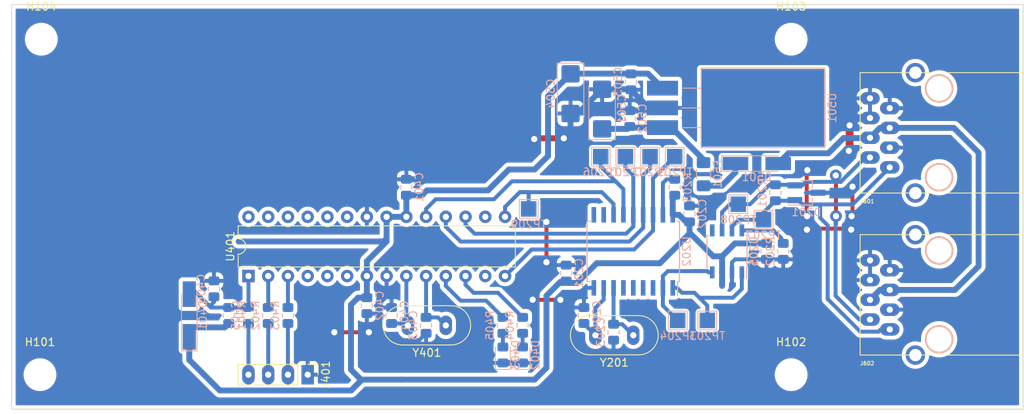
<source format=kicad_pcb>
(kicad_pcb (version 20211014) (generator pcbnew)
  (layers (0 "F.Cu" jumper) (31 "B.Cu" signal) (34 "B.Paste" user) (35 "F.Paste" user) (36 "B.SilkS" user "B.Silkscreen") (37 "F.SilkS" user "F.Silkscreen") (38 "B.Mask" user) (39 "F.Mask" user) (44 "Edge.Cuts" user))
  (net 0 "")
  (net 1 "GND")
  (net 2 "/CANBUS CONN/CAN_18V")
  (net 3 "+5V")
  (net 4 "/MCU/MCP_SS")
  (net 5 "/MCU/RESET")
  (net 6 "Net-(C203-Pad1)")
  (net 7 "Net-(C204-Pad1)")
  (net 8 "/MCU/MCP_INT")
  (net 10 "/MCU/analog1")
  (net 12 "Net-(C403-Pad1)")
  (net 13 "Net-(C404-Pad1)")
  (net 14 "Net-(C405-Pad2)")
  (net 15 "/POWER SUPPLY/+18V_OUT")
  (net 16 "/MCU/LED2")
  (net 17 "/MCU/LED1")
  (net 18 "Net-(D501-Pad1)")
  (net 20 "/CANBUS CONN/CAN_L")
  (net 21 "/CANBUS CONN/CAN_H")
  (net 22 "Net-(R202-Pad1)")
  (net 23 "Net-(R203-Pad2)")
  (net 28 "/MCU/USART_RX")
  (net 29 "Net-(J401-Pad3)")
  (net 30 "Net-(J401-Pad2)")
  (net 31 "/MCU/USART_TX")
  (net 32 "/MOSI")
  (net 33 "/MISO")
  (net 34 "/CANBUS/TXCAN")
  (net 35 "/CANBUS/RXCAN")
  (net 36 "/SCK")
  (net 45 "Net-(D402-Pad2)")
  (net 46 "Net-(D403-Pad2)")
  (footprint "MountingHole:MountingHole_3.2mm_M3" (layer "F.Cu") (at 180.086 77.216)
    (fp_text reference "H103")
    (fp_text value "MountingHole")
  )
  (footprint "MountingHole:MountingHole_3.2mm_M3" (layer "F.Cu") (at 180.086 120.396)
    (fp_text reference "H102")
    (fp_text value "MountingHole")
  )
  (footprint "Crystal:Crystal_HC49-U_Vertical" (layer "F.Cu") (at 159.766 115.316 180)
    (fp_text reference "Y201")
    (fp_text value "16MHz")
  )
  (footprint "Connector_PinHeader_2.54mm:PinHeader_1x04_P2.54mm_Vertical" (layer "F.Cu") (at 117.856 120.396 -90)
    (fp_text reference "J401")
    (fp_text value "USART")
  )
  (footprint "Crystal:Crystal_HC49-U_Vertical" (layer "F.Cu") (at 135.636 114.046 180)
    (fp_text reference "Y401")
    (fp_text value "16MHz")
  )
  (footprint "KicadZeniteSolarLibrary18:RJ45_YH59_01" (layer "F.Cu") (at 192.782 114.571 90)
    (fp_text reference "J602")
    (fp_text value "RJ45")
  )
  (footprint "KicadZeniteSolarLibrary18:RJ45_YH59_01" (layer "F.Cu") (at 192.778 93.716 90)
    (fp_text reference "J601")
    (fp_text value "RJ45")
  )
  (footprint "Package_DIP:DIP-28_W7.62mm" (layer "F.Cu") (at 110.236 107.696 90)
    (fp_text reference "U401")
    (fp_text value "ATMEGA328P-PU")
  )
  (footprint "MountingHole:MountingHole_3.2mm_M3" (layer "F.Cu") (at 83.566 77.216)
    (fp_text reference "H104")
    (fp_text value "MountingHole")
  )
  (footprint "MountingHole:MountingHole_3.2mm_M3" (layer "F.Cu") (at 83.403001 120.396)
    (fp_text reference "H101")
    (fp_text value "MountingHole")
  )
  (footprint "Package_TO_SOT_SMD:SOT-23_Handsoldering" (layer "B.Cu") (at 182.054 96.9772)
    (fp_text reference "D201")
    (fp_text value "pesd1can")
  )
  (footprint "KicadZeniteSolarLibrary18:TO-220-3_Horizontal_TabDown_SMD" (layer "B.Cu") (at 164.7952 88.5952 90)
    (fp_text reference "U501")
    (fp_text value "LM7805")
  )
  (footprint "Capacitor_Tantalum_SMD:CP_EIA-6032-20_AVX-F_Pad2.25x2.35mm_HandSolder" (layer "B.Cu") (at 151.6888 84.2264 -90)
    (fp_text reference "C504")
    (fp_text value "1uF")
  )
  (footprint "Capacitor_Tantalum_SMD:CP_EIA-6032-20_AVX-F_Pad2.25x2.35mm_HandSolder" (layer "B.Cu") (at 155.7528 86.2076 90)
    (fp_text reference "C501")
    (fp_text value "1uF")
  )
  (footprint "TestPoint:TestPoint_Pad_2.0x2.0mm" (layer "B.Cu") (at 165.481 113.411)
    (fp_text reference "TP204")
    (fp_text value "RXCAN")
  )
  (footprint "TestPoint:TestPoint_Pad_2.0x2.0mm" (layer "B.Cu") (at 161.925 92.329)
    (fp_text reference "TP202")
    (fp_text value "SO")
  )
  (footprint "TestPoint:TestPoint_Pad_2.0x2.0mm" (layer "B.Cu") (at 158.75 92.329)
    (fp_text reference "TP201")
    (fp_text value "SI")
  )
  (footprint "TestPoint:TestPoint_Pad_2.0x2.0mm" (layer "B.Cu") (at 169.291 113.411)
    (fp_text reference "TP203")
    (fp_text value "TXCAN")
  )
  (footprint "TestPoint:TestPoint_Pad_2.0x2.0mm" (layer "B.Cu") (at 146.304 99.06)
    (fp_text reference "TP209")
    (fp_text value "INT")
  )
  (footprint "TestPoint:TestPoint_Pad_2.0x2.0mm" (layer "B.Cu") (at 173.2788 98.4504)
    (fp_text reference "TP208")
    (fp_text value "CAN_L")
  )
  (footprint "TestPoint:TestPoint_Pad_2.0x2.0mm" (layer "B.Cu") (at 176.5332 100.4468)
    (fp_text reference "TP207")
    (fp_text value "CAN_H")
  )
  (footprint "TestPoint:TestPoint_Pad_2.0x2.0mm" (layer "B.Cu") (at 155.575 92.329)
    (fp_text reference "TP206")
    (fp_text value "SCK")
  )
  (footprint "TestPoint:TestPoint_Pad_2.0x2.0mm" (layer "B.Cu") (at 165.1 92.329)
    (fp_text reference "TP205")
    (fp_text value "SC")
  )
  (footprint "Resistor_SMD:R_0805_2012Metric_Pad1.15x1.40mm_HandSolder" (layer "B.Cu") (at 145.521344 114.046 -90)
    (fp_text reference "R404")
    (fp_text value "1k")
  )
  (footprint "Resistor_SMD:R_0805_2012Metric_Pad1.15x1.40mm_HandSolder" (layer "B.Cu") (at 115.316 112.776 -90)
    (fp_text reference "R403")
    (fp_text value "1k")
  )
  (footprint "Resistor_SMD:R_0805_2012Metric_Pad1.15x1.40mm_HandSolder" (layer "B.Cu") (at 112.776 112.776 -90)
    (fp_text reference "R402")
    (fp_text value "1k")
  )
  (footprint "Resistor_SMD:R_0805_2012Metric_Pad1.15x1.40mm_HandSolder" (layer "B.Cu") (at 107.696 112.776 90)
    (fp_text reference "R401")
    (fp_text value "10k")
  )
  (footprint "Resistor_SMD:R_0805_2012Metric_Pad1.15x1.40mm_HandSolder" (layer "B.Cu") (at 142.981344 114.046 -90)
    (fp_text reference "R405")
    (fp_text value "1k")
  )
  (footprint "Resistor_SMD:R_0805_2012Metric_Pad1.15x1.40mm_HandSolder" (layer "B.Cu") (at 178.054 96.9772 -90)
    (fp_text reference "R201")
    (fp_text value "120")
  )
  (footprint "Resistor_SMD:R_0805_2012Metric_Pad1.15x1.40mm_HandSolder" (layer "B.Cu") (at 179.07 104.521 -90)
    (fp_text reference "R202")
    (fp_text value "4k7")
  )
  (footprint "Resistor_SMD:R_0805_2012Metric_Pad1.15x1.40mm_HandSolder" (layer "B.Cu") (at 165.1 96.275 90)
    (fp_text reference "R203")
    (fp_text value "10k")
  )
  (footprint "Package_SO:SOIC-8_3.9x4.9mm_P1.27mm" (layer "B.Cu") (at 171.831 104.521 90)
    (fp_text reference "U201")
    (fp_text value "MCP2551-I/SN")
  )
  (footprint "Package_SO:SOIC-18W_7.5x11.6mm_P1.27mm" (layer "B.Cu") (at 159.766 104.521 90)
    (fp_text reference "U202")
    (fp_text value "MCP2515-xSO")
  )
  (footprint "LED_SMD:LED_0805_2012Metric_Pad1.15x1.40mm_HandSolder" (layer "B.Cu") (at 145.521344 117.856 90)
    (fp_text reference "D402")
    (fp_text value "LED_RED")
  )
  (footprint "LED_SMD:LED_0805_2012Metric_Pad1.15x1.40mm_HandSolder" (layer "B.Cu") (at 142.981344 117.856 90)
    (fp_text reference "D403")
    (fp_text value "LED_RED")
  )
  (footprint "Diode_SMD:D_MiniMELF_Handsoldering" (layer "B.Cu") (at 175.6664 93.218)
    (fp_text reference "D501")
    (fp_text value "LL4148")
  )
  (footprint "Diode_SMD:D_MiniMELF_Handsoldering" (layer "B.Cu") (at 102.616 112.776 90)
    (fp_text reference "D401")
    (fp_text value "LL4148")
  )
  (footprint "Capacitor_SMD:C_0805_2012Metric_Pad1.15x1.40mm_HandSolder" (layer "B.Cu") (at 159.4612 82.7024 -90)
    (fp_text reference "C503")
    (fp_text value "100nF")
  )
  (footprint "Capacitor_SMD:C_0805_2012Metric_Pad1.15x1.40mm_HandSolder" (layer "B.Cu") (at 159.3088 87.4268 90)
    (fp_text reference "C502")
    (fp_text value "100nF")
  )
  (footprint "Capacitor_SMD:C_0805_2012Metric_Pad1.15x1.40mm_HandSolder" (layer "B.Cu") (at 105.791 109.341 -90)
    (fp_text reference "C406")
    (fp_text value "100nF")
  )
  (footprint "Capacitor_SMD:C_0805_2012Metric_Pad1.15x1.40mm_HandSolder" (layer "B.Cu") (at 110.236 112.776 -90)
    (fp_text reference "C405")
    (fp_text value "100nF")
  )
  (footprint "Capacitor_SMD:C_0805_2012Metric_Pad1.15x1.40mm_HandSolder" (layer "B.Cu") (at 128.651 112.776 90)
    (fp_text reference "C404")
    (fp_text value "22pF")
  )
  (footprint "Capacitor_SMD:C_0805_2012Metric_Pad1.15x1.40mm_HandSolder" (layer "B.Cu") (at 133.096 114.046 -90)
    (fp_text reference "C403")
    (fp_text value "22pF")
  )
  (footprint "Capacitor_SMD:C_0805_2012Metric_Pad1.15x1.40mm_HandSolder" (layer "B.Cu") (at 125.476 111.506 90)
    (fp_text reference "C402")
    (fp_text value "100nF")
  )
  (footprint "Capacitor_SMD:C_0805_2012Metric_Pad1.15x1.40mm_HandSolder" (layer "B.Cu") (at 130.556 96.266 90)
    (fp_text reference "C401")
    (fp_text value "100nF")
  )
  (footprint "Capacitor_SMD:C_0805_2012Metric_Pad1.15x1.40mm_HandSolder" (layer "B.Cu") (at 176.911 104.521 -90)
    (fp_text reference "C205")
    (fp_text value "100nF")
  )
  (footprint "Capacitor_SMD:C_0805_2012Metric_Pad1.15x1.40mm_HandSolder" (layer "B.Cu") (at 153.416 112.776 90)
    (fp_text reference "C204")
    (fp_text value "22pF")
  )
  (footprint "Capacitor_SMD:C_0805_2012Metric_Pad1.15x1.40mm_HandSolder" (layer "B.Cu") (at 157.226 114.926 -90)
    (fp_text reference "C203")
    (fp_text value "22pF")
  )
  (footprint "Capacitor_SMD:C_0805_2012Metric_Pad1.15x1.40mm_HandSolder" (layer "B.Cu") (at 167.005 99.695 90)
    (fp_text reference "C202")
    (fp_text value "100nF")
  )
  (footprint "Capacitor_SMD:C_0805_2012Metric_Pad1.15x1.40mm_HandSolder" (layer "B.Cu") (at 151.13 107.315 90)
    (fp_text reference "C201")
    (fp_text value "100nF")
  )
  (footprint "Fuse:Fuse_1206_3216Metric_Pad1.42x1.75mm_HandSolder" (layer "B.Cu") (at 168.8084 94.5896 90)
    (fp_text reference "F501")
    (fp_text value "500mA")
  )
  (gr_line (start 79.756 124.841) (end 79.756 72.771) (layer "Edge.Cuts") (width 0.1))
  (gr_line (start 79.756 72.771) (end 209.931 72.771) (layer "Edge.Cuts") (width 0.1))
  (gr_line (start 209.931 72.771) (end 209.931 124.841) (layer "Edge.Cuts") (width 0.1))
  (gr_line (start 209.931 124.841) (end 79.756 124.841) (layer "Edge.Cuts") (width 0.1))
  (segment (start 187.977354 99.876347) (end 187.864709 99.988992) (width 0.508) (layer "F.Cu") (net 1))
  (segment (start 146.827962 110.759956) (end 149.323296 110.759956) (width 0.508) (layer "F.Cu") (net 1))
  (segment (start 187.609254 91.474399) (end 187.5028 91.580853) (width 1.016) (layer "F.Cu") (net 1))
  (segment (start 121.285 114.935) (end 125.73 114.935) (width 0.508) (layer "F.Cu") (net 1))
  (segment (start 187.609254 88.303842) (end 187.609254 91.474399) (width 1.016) (layer "F.Cu") (net 1))
  (segment (start 146.812006 110.744) (end 146.827962 110.759956) (width 0.508) (layer "F.Cu") (net 1))
  (segment (start 181.864 101.727) (end 181.990994 101.600006) (width 0.508) (layer "F.Cu") (net 1))
  (segment (start 149.323296 110.759956) (end 150.383956 110.759956) (width 0.508) (layer "F.Cu") (net 1))
  (segment (start 148.59 100.734968) (end 148.59 105.917998) (width 0.508) (layer "F.Cu") (net 1))
  (segment (start 182.1688 94.0657) (end 182.087104 94.147396) (width 0.508) (layer "F.Cu") (net 1))
  (segment (start 181.990994 101.600006) (end 186.39134 101.600006) (width 0.508) (layer "F.Cu") (net 1))
  (segment (start 186.39134 101.600006) (end 187.452 101.600006) (width 0.508) (layer "F.Cu") (net 1))
  (segment (start 150.8252 89.9668) (end 147.1168 89.9668) (width 0.762) (layer "F.Cu") (net 1))
  (segment (start 187.977354 96.200554) (end 187.977354 99.876347) (width 0.508) (layer "F.Cu") (net 1))
  (segment (start 147.1168 89.9668) (end 147.0152 90.0684) (width 0.762) (layer "F.Cu") (net 1))
  (segment (start 182.087104 94.147396) (end 182.087104 99.21201) (width 0.508) (layer "F.Cu") (net 1))
  (via (at 125.73 114.935) (size 1.5) (drill 0.8) (layers "F.Cu" "B.Cu") (net 1))
  (via (at 148.59 105.917998) (size 1.5) (drill 0.8) (layers "F.Cu" "B.Cu") (net 1))
  (via (at 187.977354 96.200554) (size 1.5) (drill 0.8) (layers "F.Cu" "B.Cu") (net 1))
  (via (at 146.812 110.744006) (size 1.5) (drill 0.8) (layers "F.Cu" "B.Cu") (net 1))
  (via (at 187.810709 101.727) (size 1.5) (drill 0.8) (layers "F.Cu" "B.Cu") (net 1))
  (via (at 182.1688 94.0657) (size 1.5) (drill 0.8) (layers "F.Cu" "B.Cu") (net 1))
  (via (at 182.118 101.727) (size 1.5) (drill 0.8) (layers "F.Cu" "B.Cu") (net 1))
  (via (at 182.141104 99.98921) (size 1.5) (drill 0.8) (layers "F.Cu" "B.Cu") (net 1))
  (via (at 148.59 100.734968) (size 1.5) (drill 0.8) (layers "F.Cu" "B.Cu") (net 1))
  (via (at 187.864709 99.988992) (size 1.5) (drill 0.8) (layers "F.Cu" "B.Cu") (net 1))
  (via (at 187.5028 91.580853) (size 1.5) (drill 0.8) (layers "F.Cu" "B.Cu") (net 1))
  (via (at 150.8252 89.9668) (size 1.5) (drill 0.8) (layers "F.Cu" "B.Cu") (net 1))
  (via (at 147.0152 90.0684) (size 1.5) (drill 0.8) (layers "F.Cu" "B.Cu") (net 1))
  (via (at 121.285 114.935) (size 1.5) (drill 0.8) (layers "F.Cu" "B.Cu") (net 1))
  (via (at 187.609254 88.303842) (size 1.5) (drill 0.8) (layers "F.Cu" "B.Cu") (net 1))
  (via (at 150.383956 110.759956) (size 1.5) (drill 0.8) (layers "F.Cu" "B.Cu") (net 1))
  (segment (start 144.37312 92.71048) (end 143.238148 92.71048) (width 0.762) (layer "B.Cu") (net 1))
  (segment (start 127.18899 111.152011) (end 127.216001 111.125) (width 0.508) (layer "B.Cu") (net 1))
  (segment (start 128.016 95.241) (end 125.476 97.781) (width 0.508) (layer "B.Cu") (net 1))
  (segment (start 147.52368 90.11968) (end 147.52368 90.2208) (width 0.762) (layer "B.Cu") (net 1))
  (segment (start 155.7528 83.6576) (end 159.3914 83.6576) (width 0.762) (layer "B.Cu") (net 1))
  (segment (start 172.466 106.299) (end 172.466 108.331) (width 0.508) (layer "B.Cu") (net 1))
  (segment (start 147.0152 90.0684) (end 144.37312 92.71048) (width 0.762) (layer "B.Cu") (net 1))
  (segment (start 172.466 106.299) (end 172.466 107.221) (width 0.508) (layer "B.Cu") (net 1))
  (segment (start 128.651 111.751) (end 127.461001 111.751) (width 0.508) (layer "B.Cu") (net 1))
  (segment (start 163.5252 86.0552) (end 161.789 86.0552) (width 0.762) (layer "B.Cu") (net 1))
  (segment (start 190.234 87.361) (end 188.552096 87.361) (width 1.016) (layer "B.Cu") (net 1))
  (segment (start 178.816 105.546) (end 176.911 105.546) (width 0.508) (layer "B.Cu") (net 1))
  (segment (start 187.200708 96.9772) (end 183.554 96.9772) (width 0.508) (layer "B.Cu") (net 1))
  (segment (start 151.6888 86.7764) (end 151.6888 89.1032) (width 0.762) (layer "B.Cu") (net 1))
  (segment (start 128.651 115.951) (end 127.216001 114.516001) (width 0.25) (layer "B.Cu") (net 1))
  (segment (start 147.0152 90.0684) (end 147.4724 90.0684) (width 0.762) (layer "B.Cu") (net 1))
  (segment (start 187.977354 96.200554) (end 187.200708 96.9772) (width 0.508) (layer "B.Cu") (net 1))
  (segment (start 176.911 105.546) (end 172.858 105.546) (width 0.508) (layer "B.Cu") (net 1))
  (segment (start 125.476 97.781) (end 125.476 100.076) (width 0.508) (layer "B.Cu") (net 1))
  (segment (start 163.1786 86.4018) (end 163.5252 86.0552) (width 0.762) (layer "B.Cu") (net 1))
  (segment (start 143.238148 92.71048) (end 140.707628 95.241) (width 0.762) (layer "B.Cu") (net 1))
  (segment (start 128.594798 115.951) (end 127.18899 114.545192) (width 0.508) (layer "B.Cu") (net 1))
  (segment (start 133.096 115.071) (end 132.216 115.951) (width 0.508) (layer "B.Cu") (net 1))
  (segment (start 172.466 105.938) (end 172.466 106.299) (width 0.508) (layer "B.Cu") (net 1))
  (segment (start 145.521344 118.881) (end 142.981344 118.881) (width 0.762) (layer "B.Cu") (net 1))
  (segment (start 159.3088 86.4018) (end 163.1786 86.4018) (width 0.762) (layer "B.Cu") (net 1))
  (segment (start 127.216001 111.125) (end 128.016 110.325001) (width 0.508) (layer "B.Cu") (net 1))
  (segment (start 187.454 99.8772) (end 187.752917 99.8772) (width 0.508) (layer "B.Cu") (net 1))
  (segment (start 152.634 86.7764) (end 155.7528 83.6576) (width 0.762) (layer "B.Cu") (net 1))
  (segment (start 151.6888 89.1032) (end 150.8252 89.9668) (width 0.762) (layer "B.Cu") (net 1))
  (segment (start 127.216001 111.506) (end 127.216001 111.125) (width 0.508) (layer "B.Cu") (net 1))
  (segment (start 132.216 115.951) (end 128.651 115.951) (width 0.508) (layer "B.Cu") (net 1))
  (segment (start 172.466 108.331) (end 172.466 108.712) (width 0.508) (layer "B.Cu") (net 1))
  (segment (start 140.707628 95.241) (end 130.556 95.241) (width 0.762) (layer "B.Cu") (net 1))
  (segment (start 187.752917 99.8772) (end 187.864709 99.988992) (width 0.508) (layer "B.Cu") (net 1))
  (segment (start 172.466 108.712) (end 172.466 108.966) (width 0.508) (layer "B.Cu") (net 1))
  (segment (start 188.552096 87.361) (end 187.609254 88.303842) (width 1.016) (layer "B.Cu") (net 1))
  (segment (start 159.3914 83.6576) (end 159.4612 83.7274) (width 0.762) (layer "B.Cu") (net 1))
  (segment (start 147.4724 90.0684) (end 147.52368 90.11968) (width 0.762) (layer "B.Cu") (net 1))
  (segment (start 128.016 110.325001) (end 128.016 107.696) (width 0.508) (layer "B.Cu") (net 1))
  (segment (start 127.18899 114.545192) (end 127.18899 111.152011) (width 0.508) (layer "B.Cu") (net 1))
  (segment (start 161.789 86.0552) (end 159.4612 83.7274) (width 0.762) (layer "B.Cu") (net 1))
  (segment (start 128.651 115.951) (end 128.594798 115.951) (width 0.508) (layer "B.Cu") (net 1))
  (segment (start 130.556 95.241) (end 128.016 95.241) (width 0.508) (layer "B.Cu") (net 1))
  (segment (start 172.858 105.546) (end 172.466 105.938) (width 0.508) (layer "B.Cu") (net 1))
  (segment (start 151.6888 86.7764) (end 152.634 86.7764) (width 0.762) (layer "B.Cu") (net 1))
  (segment (start 127.461001 111.751) (end 127.216001 111.506) (width 0.508) (layer "B.Cu") (net 1))
  (segment (start 191.504 88.631) (end 190.234 89.901) (width 0.762) (layer "B.Cu") (net 2))
  (segment (start 192.778 109.486) (end 201.156 109.486) (width 0.762) (layer "B.Cu") (net 2))
  (segment (start 190.192658 89.942342) (end 186.824105 89.942342) (width 0.762) (layer "B.Cu") (net 2))
  (segment (start 201.026 88.631) (end 192.774 88.631) (width 0.762) (layer "B.Cu") (net 2))
  (segment (start 192.774 88.631) (end 191.504 88.631) (width 0.762) (layer "B.Cu") (net 2))
  (segment (start 190.234 89.901) (end 190.192658 89.942342) (width 0.762) (layer "B.Cu") (net 2))
  (segment (start 201.156 109.486) (end 204.216 106.426) (width 0.762) (layer "B.Cu") (net 2))
  (segment (start 178.4164 93.218) (end 178.4164 93.1604) (width 1.016) (layer "B.Cu") (net 2))
  (segment (start 204.216 106.426) (end 204.216 91.821) (width 0.762) (layer "B.Cu") (net 2))
  (segment (start 192.778 109.486) (end 191.508 109.486) (width 0.762) (layer "B.Cu") (net 2))
  (segment (start 184.873536 91.892911) (end 179.741489 91.892911) (width 0.762) (layer "B.Cu") (net 2))
  (segment (start 179.741489 91.892911) (end 178.4164 93.218) (width 0.762) (layer "B.Cu") (net 2))
  (segment (start 186.824105 89.942342) (end 184.873536 91.892911) (width 0.762) (layer "B.Cu") (net 2))
  (segment (start 191.508 109.486) (end 190.238 110.756) (width 0.762) (layer "B.Cu") (net 2))
  (segment (start 204.216 91.821) (end 201.026 88.631) (width 0.762) (layer "B.Cu") (net 2))
  (segment (start 150.33 108.34) (end 151.13 108.34) (width 0.508) (layer "B.Cu") (net 3))
  (segment (start 124.714 121.158) (end 124.714 121.031) (width 0.762) (layer "B.Cu") (net 3))
  (segment (start 148.7932 84.572) (end 148.7932 92.2528) (width 0.762) (layer "B.Cu") (net 3))
  (segment (start 133.202372 96.667628) (end 141.076372 96.667628) (width 0.762) (layer "B.Cu") (net 3))
  (segment (start 125.476 110.481) (end 124.342 110.481) (width 0.762) (layer "B.Cu") (net 3))
  (segment (start 125.476 105.791) (end 128.016 103.251) (width 0.762) (layer "B.Cu") (net 3))
  (segment (start 151.72112 81.64408) (end 151.6888 81.6764) (width 0.762) (layer "B.Cu") (net 3))
  (segment (start 132.579 97.291) (end 133.202372 96.667628) (width 0.762) (layer "B.Cu") (net 3))
  (segment (start 164.856 99.831) (end 164.846 99.821) (width 0.762) (layer "B.Cu") (net 3))
  (segment (start 171.196 105.156) (end 170.053 105.156) (width 0.762) (layer "B.Cu") (net 3))
  (segment (start 127.635 103.251) (end 128.016 102.87) (width 0.762) (layer "B.Cu") (net 3))
  (segment (start 127 103.251) (end 127.635 103.251) (width 0.762) (layer "B.Cu") (net 3))
  (segment (start 123.444 122.428) (end 124.714 121.158) (width 0.762) (layer "B.Cu") (net 3))
  (segment (start 150.241 108.585) (end 150.241 108.429) (width 0.508) (layer "B.Cu") (net 3))
  (segment (start 128.016 103.251) (end 128.016 102.87) (width 0.762) (layer "B.Cu") (net 3))
  (segment (start 130.556 100.076) (end 128.016 100.076) (width 0.762) (layer "B.Cu") (net 3))
  (segment (start 107.696 113.801) (end 107.197 114.3) (width 0.762) (layer "B.Cu") (net 3))
  (segment (start 164.846 99.821) (end 164.846 97.3) (width 0.762) (layer "B.Cu") (net 3))
  (segment (start 166.37 100.537) (end 166.822 100.537) (width 0.762) (layer "B.Cu") (net 3))
  (segment (start 171.196 107.221) (end 171.196 105.791) (width 0.762) (layer "B.Cu") (net 3))
  (segment (start 167.005 102.108) (end 167.005 102.235) (width 0.762) (layer "B.Cu") (net 3))
  (segment (start 107.197 114.3) (end 103.207 114.3) (width 0.762) (layer "B.Cu") (net 3))
  (segment (start 106.553 122.428) (end 123.444 122.428) (width 0.762) (layer "B.Cu") (net 3))
  (segment (start 125.476 107.696) (end 125.476 110.481) (width 0.762) (layer "B.Cu") (net 3))
  (segment (start 171.196 105.156) (end 171.196 105.791) (width 0.762) (layer "B.Cu") (net 3))
  (segment (start 128.016 102.87) (end 128.016 100.076) (width 0.762) (layer "B.Cu") (net 3))
  (segment (start 171.196 107.221) (end 171.196 108.783566) (width 0.762) (layer "B.Cu") (net 3))
  (segment (start 164.846 99.821) (end 165.654 99.821) (width 0.762) (layer "B.Cu") (net 3))
  (segment (start 102.616 114.891) (end 102.616 118.491) (width 0.762) (layer "B.Cu") (net 3))
  (segment (start 102.616 118.491) (end 106.553 122.428) (width 0.762) (layer "B.Cu") (net 3))
  (segment (start 148.59 110.236) (end 148.59 119.507) (width 0.762) (layer "B.Cu") (net 3))
  (segment (start 161.65408 81.64408) (end 151.72112 81.64408) (width 0.762) (layer "B.Cu") (net 3))
  (segment (start 163.5252 83.5152) (end 161.65408 81.64408) (width 0.762) (layer "B.Cu") (net 3))
  (segment (start 141.076372 96.667628) (end 143.764 93.98) (width 0.762) (layer "B.Cu") (net 3))
  (segment (start 163.195 106.045) (end 155.067 106.045) (width 0.762) (layer "B.Cu") (net 3))
  (segment (start 165.654 99.821) (end 166.37 100.537) (width 0.762) (layer "B.Cu") (net 3))
  (segment (start 151.6888 81.6764) (end 148.7932 84.572) (width 0.762) (layer "B.Cu") (net 3))
  (segment (start 171.196 105.156) (end 172.856 103.496) (width 0.762) (layer "B.Cu") (net 3))
  (segment (start 123.432001 119.749001) (end 124.714 121.031) (width 0.762) (layer "B.Cu") (net 3))
  (segment (start 150.241 108.585) (end 148.59 110.236) (width 0.762) (layer "B.Cu") (net 3))
  (segment (start 172.856 103.496) (end 176.911 103.496) (width 0.762) (layer "B.Cu") (net 3))
  (segment (start 167.005 102.235) (end 163.195 106.045) (width 0.762) (layer "B.Cu") (net 3))
  (segment (start 129.921 121.031) (end 124.714 121.031) (width 0.762) (layer "B.Cu") (net 3))
  (segment (start 127 103.251) (end 128.016 103.251) (width 0.762) (layer "B.Cu") (net 3))
  (segment (start 167.005 102.108) (end 167.005 100.72) (width 0.762) (layer "B.Cu") (net 3))
  (segment (start 123.432001 111.390999) (end 123.432001 119.749001) (width 0.762) (layer "B.Cu") (net 3))
  (segment (start 130.556 97.291) (end 132.579 97.291) (width 0.762) (layer "B.Cu") (net 3))
  (segment (start 148.7932 92.2528) (end 147.066 93.98) (width 0.762) (layer "B.Cu") (net 3))
  (segment (start 124.342 110.481) (end 123.432001 111.390999) (width 0.762) (layer "B.Cu") (net 3))
  (segment (start 166.822 100.537) (end 167.005 100.72) (width 0.762) (layer "B.Cu") (net 3))
  (segment (start 170.053 105.156) (end 167.005 102.108) (width 0.762) (layer "B.Cu") (net 3))
  (segment (start 148.59 119.507) (end 147.066 121.031) (width 0.762) (layer "B.Cu") (net 3))
  (segment (start 143.764 93.98) (end 147.066 93.98) (width 0.762) (layer "B.Cu") (net 3))
  (segment (start 108.966 103.251) (end 127 103.251) (width 0.762) (layer "B.Cu") (net 3))
  (segment (start 130.556 97.291) (end 130.556 100.076) (width 0.762) (layer "B.Cu") (net 3))
  (segment (start 103.207 114.3) (end 102.616 114.891) (width 0.762) (layer "B.Cu") (net 3))
  (segment (start 150.241 108.429) (end 150.33 108.34) (width 0.508) (layer "B.Cu") (net 3))
  (segment (start 152.527 108.585) (end 150.241 108.585) (width 0.762) (layer "B.Cu") (net 3))
  (segment (start 125.476 107.696) (end 125.476 105.791) (width 0.762) (layer "B.Cu") (net 3))
  (segment (start 171.196 108.783566) (end 171.196 108.966) (width 0.762) (layer "B.Cu") (net 3))
  (segment (start 155.067 106.045) (end 152.527 108.585) (width 0.762) (layer "B.Cu") (net 3))
  (segment (start 147.066 121.031) (end 129.921 121.031) (width 0.762) (layer "B.Cu") (net 3))
  (segment (start 162.306 95.123) (end 163.337999 94.091001) (width 0.508) (layer "B.Cu") (net 4))
  (segment (start 144.055999 106.896001) (end 143.256 107.696) (width 0.508) (layer "B.Cu") (net 4))
  (segment (start 162.306 99.821) (end 162.306 95.123) (width 0.508) (layer "B.Cu") (net 4))
  (segment (start 159.881001 104.278999) (end 146.673001 104.278999) (width 0.508) (layer "B.Cu") (net 4))
  (segment (start 163.337999 94.091001) (end 165.1 92.329) (width 0.508) (layer "B.Cu") (net 4))
  (segment (start 162.306 101.854) (end 159.881001 104.278999) (width 0.508) (layer "B.Cu") (net 4))
  (segment (start 146.673001 104.278999) (end 144.055999 106.896001) (width 0.508) (layer "B.Cu") (net 4))
  (segment (start 162.306 99.821) (end 162.306 101.854) (width 0.508) (layer "B.Cu") (net 4))
  (segment (start 103.041 109.391) (end 105.401 111.751) (width 0.508) (layer "B.Cu") (net 5))
  (segment (start 110.236 107.696) (end 110.236 111.751) (width 0.508) (layer "B.Cu") (net 5))
  (segment (start 105.791 110.366) (end 105.791 111.041) (width 0.508) (layer "B.Cu") (net 5))
  (segment (start 110.236 111.751) (end 107.696 111.751) (width 0.508) (layer "B.Cu") (net 5))
  (segment (start 105.401 111.431) (end 105.401 111.751) (width 0.508) (layer "B.Cu") (net 5))
  (segment (start 105.791 111.041) (end 105.401 111.431) (width 0.508) (layer "B.Cu") (net 5))
  (segment (start 102.616 109.391) (end 103.041 109.391) (width 0.508) (layer "B.Cu") (net 5))
  (segment (start 105.401 111.751) (end 107.696 111.751) (width 0.508) (layer "B.Cu") (net 5))
  (segment (start 159.766 115.316) (end 158.351 113.901) (width 0.508) (layer "B.Cu") (net 6))
  (segment (start 158.351 113.901) (end 157.226 113.901) (width 0.508) (layer "B.Cu") (net 6))
  (segment (start 157.226 109.221) (end 157.226 113.901) (width 0.508) (layer "B.Cu") (net 6))
  (segment (start 155.956 110.729) (end 154.886 111.799) (width 0.508) (layer "B.Cu") (net 7))
  (segment (start 154.886 114.25534) (end 154.886 115.316) (width 0.508) (layer "B.Cu") (net 7))
  (segment (start 153.416 113.801) (end 153.416 113.846) (width 0.508) (layer "B.Cu") (net 7))
  (segment (start 155.956 109.221) (end 155.956 110.729) (width 0.508) (layer "B.Cu") (net 7))
  (segment (start 153.416 113.846) (end 154.886 115.316) (width 0.508) (layer "B.Cu") (net 7))
  (segment (start 154.886 111.799) (end 154.886 114.25534) (width 0.508) (layer "B.Cu") (net 7))
  (segment (start 145.161 96.901) (end 145.415 96.901) (width 0.508) (layer "B.Cu") (net 8))
  (segment (start 146.304 99.06) (end 146.304 97.552) (width 0.508) (layer "B.Cu") (net 8))
  (segment (start 155.707602 96.901) (end 145.415 96.901) (width 0.508) (layer "B.Cu") (net 8))
  (segment (start 145.415 96.901) (end 146.304 96.901) (width 0.508) (layer "B.Cu") (net 8))
  (segment (start 146.304 97.552) (end 146.304 96.901) (width 0.508) (layer "B.Cu") (net 8))
  (segment (start 143.256 100.076) (end 143.256 98.806) (width 0.508) (layer "B.Cu") (net 8))
  (segment (start 157.226 99.821) (end 157.226 98.419398) (width 0.508) (layer "B.Cu") (net 8))
  (segment (start 157.226 98.419398) (end 155.707602 96.901) (width 0.508) (layer "B.Cu") (net 8))
  (segment (start 143.256 98.806) (end 145.161 96.901) (width 0.508) (layer "B.Cu") (net 8))
  (segment (start 122.936 100.076) (end 122.555 99.695) (width 0.508) (layer "B.Cu") (net 10))
  (segment (start 133.096 113.021) (end 134.611 113.021) (width 0.508) (layer "B.Cu") (net 12))
  (segment (start 134.611 113.021) (end 135.636 114.046) (width 0.508) (layer "B.Cu") (net 12))
  (segment (start 133.096 113.021) (end 133.096 107.696) (width 0.508) (layer "B.Cu") (net 12))
  (segment (start 130.556 107.696) (end 130.556 113.846) (width 0.508) (layer "B.Cu") (net 13))
  (segment (start 130.511 113.801) (end 130.756 114.046) (width 0.508) (layer "B.Cu") (net 13))
  (segment (start 130.556 113.846) (end 130.756 114.046) (width 0.508) (layer "B.Cu") (net 13))
  (segment (start 128.651 113.801) (end 130.511 113.801) (width 0.508) (layer "B.Cu") (net 13))
  (segment (start 110.236 113.801) (end 110.236 120.396) (width 0.508) (layer "B.Cu") (net 14))
  (segment (start 163.5252 88.5952) (end 159.4522 88.5952) (width 0.762) (layer "B.Cu") (net 15))
  (segment (start 168.8084 92.71) (end 164.6936 88.5952) (width 0.762) (layer "B.Cu") (net 15))
  (segment (start 168.8084 93.1021) (end 168.8084 92.71) (width 0.762) (layer "B.Cu") (net 15))
  (segment (start 155.7528 88.7576) (end 159.003 88.7576) (width 0.762) (layer "B.Cu") (net 15))
  (segment (start 164.6936 88.5952) (end 163.5252 88.5952) (width 0.762) (layer "B.Cu") (net 15))
  (segment (start 159.4522 88.5952) (end 159.3088 88.4518) (width 0.762) (layer "B.Cu") (net 15))
  (segment (start 159.003 88.7576) (end 159.3088 88.4518) (width 0.762) (layer "B.Cu") (net 15))
  (segment (start 139.20363 109.855) (end 142.355344 109.855) (width 0.508) (layer "B.Cu") (net 16))
  (segment (start 142.355344 109.855) (end 145.521344 113.021) (width 0.508) (layer "B.Cu") (net 16))
  (segment (start 138.176 108.82737) (end 139.20363 109.855) (width 0.508) (layer "B.Cu") (net 16))
  (segment (start 138.176 107.696) (end 138.176 108.82737) (width 0.508) (layer "B.Cu") (net 16))
  (segment (start 135.636 107.696) (end 135.636 108.966) (width 0.508) (layer "B.Cu") (net 17))
  (segment (start 137.541 110.871) (end 140.831344 110.871) (width 0.508) (layer "B.Cu") (net 17))
  (segment (start 135.636 108.966) (end 137.541 110.871) (width 0.508) (layer "B.Cu") (net 17))
  (segment (start 140.831344 110.871) (end 142.981344 113.021) (width 0.508) (layer "B.Cu") (net 17))
  (segment (start 172.085 95.1738) (end 172.9164 94.3424) (width 0.762) (layer "B.Cu") (net 18))
  (segment (start 171.1817 96.0771) (end 172.085 95.1738) (width 0.762) (layer "B.Cu") (net 18))
  (segment (start 172.9164 94.3424) (end 172.9164 93.218) (width 0.762) (layer "B.Cu") (net 18))
  (segment (start 168.8084 96.0771) (end 171.1817 96.0771) (width 0.762) (layer "B.Cu") (net 18))
  (segment (start 171.8056 95.4532) (end 172.085 95.1738) (width 0.762) (layer "B.Cu") (net 18))
  (segment (start 185.854002 94.9772) (end 185.854002 99.988212) (width 0.508) (layer "F.Cu") (net 20))
  (segment (start 185.854002 99.988212) (end 185.855 99.98921) (width 0.508) (layer "F.Cu") (net 20))
  (via (at 185.855 99.98921) (size 1.5) (drill 0.8) (layers "F.Cu" "B.Cu") (net 20))
  (via (at 185.8264 94.742) (size 1.5) (drill 0.8) (layers "F.Cu" "B.Cu") (net 20))
  (segment (start 186.465843 95.575757) (end 186.465843 95.574465) (width 0.508) (layer "B.Cu") (net 20))
  (segment (start 173.2788 98.4504) (end 174.8028 98.4504) (width 0.508) (layer "B.Cu") (net 20))
  (segment (start 186.465843 95.574465) (end 187.351265 94.689043) (width 0.508) (layer "B.Cu") (net 20))
  (segment (start 181.504 96.0272) (end 181.954 95.5772) (width 0.508) (layer "B.Cu") (net 20))
  (segment (start 188.861 113.296) (end 185.801 110.236) (width 0.508) (layer "B.Cu") (net 20))
  (segment (start 180.554 96.0272) (end 181.504 96.0272) (width 0.508) (layer "B.Cu") (net 20))
  (segment (start 171.196 99.4664) (end 172.212 98.4504) (width 0.508) (layer "B.Cu") (net 20))
  (segment (start 178.054 95.9522) (end 180.479 95.9522) (width 0.508) (layer "B.Cu") (net 20))
  (segment (start 187.351265 94.689043) (end 187.352557 94.689043) (width 0.508) (layer "B.Cu") (net 20))
  (segment (start 172.212 98.4504) (end 173.2788 98.4504) (width 0.508) (layer "B.Cu") (net 20))
  (segment (start 189.6006 92.441) (end 190.234 92.441) (width 0.508) (layer "B.Cu") (net 20))
  (segment (start 190.238 113.296) (end 188.861 113.296) (width 0.508) (layer "B.Cu") (net 20))
  (segment (start 181.954 95.5772) (end 186.4644 95.5772) (width 0.508) (layer "B.Cu") (net 20))
  (segment (start 177.301 95.9522) (end 178.054 95.9522) (width 0.508) (layer "B.Cu") (net 20))
  (segment (start 185.855 101.04987) (end 185.855 99.98921) (width 0.508) (layer "B.Cu") (net 20))
  (segment (start 171.196 101.821) (end 171.196 99.4664) (width 0.508) (layer "B.Cu") (net 20))
  (segment (start 186.4644 95.5772) (end 186.465843 95.575757) (width 0.508) (layer "B.Cu") (net 20))
  (segment (start 185.801 110.236) (end 185.801 100.27267) (width 0.508) (layer "B.Cu") (net 20))
  (segment (start 187.352557 94.689043) (end 189.6006 92.441) (width 0.508) (layer "B.Cu") (net 20))
  (segment (start 180.479 95.9522) (end 180.554 96.0272) (width 0.508) (layer "B.Cu") (net 20))
  (segment (start 174.8028 98.4504) (end 177.301 95.9522) (width 0.508) (layer "B.Cu") (net 20))
  (segment (start 188.0078 98.4772) (end 192.774 93.711) (width 0.508) (layer "B.Cu") (net 21))
  (segment (start 184.78548 110.656642) (end 184.78548 101.16868) (width 0.508) (layer "B.Cu") (net 21))
  (segment (start 183.8212 100.2044) (end 183.8212 98.4772) (width 0.508) (layer "B.Cu") (net 21))
  (segment (start 181.554 98.4772) (end 183.8212 98.4772) (width 0.508) (layer "B.Cu") (net 21))
  (segment (start 188.986358 114.85752) (end 184.78548 110.656642) (width 0.508) (layer "B.Cu") (net 21))
  (segment (start 191.626322 114.566) (end 191.334802 114.85752) (width 0.508) (layer "B.Cu") (net 21))
  (segment (start 192.778 114.566) (end 191.626322 114.566) (width 0.508) (layer "B.Cu") (net 21))
  (segment (start 176.5332 99.523) (end 178.054 98.0022) (width 0.508) (layer "B.Cu") (net 21))
  (segment (start 183.8212 98.4772) (end 188.0078 98.4772) (width 0.508) (layer "B.Cu") (net 21))
  (segment (start 180.479 98.0022) (end 180.554 97.9272) (width 0.508) (layer "B.Cu") (net 21))
  (segment (start 191.334802 114.85752) (end 188.986358 114.85752) (width 0.508) (layer "B.Cu") (net 21))
  (segment (start 181.004 97.9272) (end 181.554 98.4772) (width 0.508) (layer "B.Cu") (net 21))
  (segment (start 192.774 93.711) (end 191.774 93.711) (width 0.508) (layer "B.Cu") (net 21))
  (segment (start 172.52 101.270178) (end 173.343378 100.4468) (width 0.508) (layer "B.Cu") (net 21))
  (segment (start 184.78548 101.16868) (end 183.8212 100.2044) (width 0.508) (layer "B.Cu") (net 21))
  (segment (start 176.5332 100.4468) (end 176.5332 99.523) (width 0.508) (layer "B.Cu") (net 21))
  (segment (start 180.554 97.9272) (end 181.004 97.9272) (width 0.508) (layer "B.Cu") (net 21))
  (segment (start 173.343378 100.4468) (end 176.5332 100.4468) (width 0.508) (layer "B.Cu") (net 21))
  (segment (start 178.054 98.0022) (end 180.479 98.0022) (width 0.508) (layer "B.Cu") (net 21))
  (segment (start 175.641 101.821) (end 176.116 101.821) (width 0.508) (layer "B.Cu") (net 22))
  (segment (start 173.736 101.821) (end 175.641 101.821) (width 0.508) (layer "B.Cu") (net 22))
  (segment (start 178.816 102.821) (end 178.816 103.496) (width 0.508) (layer "B.Cu") (net 22))
  (segment (start 175.641 101.821) (end 177.816 101.821) (width 0.508) (layer "B.Cu") (net 22))
  (segment (start 177.816 101.821) (end 178.816 102.821) (width 0.508) (layer "B.Cu") (net 22))
  (segment (start 163.576 99.821) (end 163.576 95.72) (width 0.508) (layer "B.Cu") (net 23))
  (segment (start 163.576 95.72) (end 164.046 95.25) (width 0.508) (layer "B.Cu") (net 23))
  (segment (start 164.046 95.25) (end 164.846 95.25) (width 0.508) (layer "B.Cu") (net 23))
  (segment (start 112.776 107.696) (end 112.776 111.751) (width 0.508) (layer "B.Cu") (net 28))
  (segment (start 112.776 113.801) (end 112.776 120.396) (width 0.508) (layer "B.Cu") (net 29))
  (segment (start 115.316 113.801) (end 115.316 120.396) (width 0.508) (layer "B.Cu") (net 30))
  (segment (start 115.316 111.751) (end 115.316 107.696) (width 0.508) (layer "B.Cu") (net 31))
  (segment (start 159.766 99.821) (end 159.766 101.329) (width 0.508) (layer "B.Cu") (net 32))
  (segment (start 159.766 99.821) (end 159.766 94.742) (width 0.508) (layer "B.Cu") (net 32))
  (segment (start 159.766 94.742) (end 158.75 93.726) (width 0.508) (layer "B.Cu") (net 32))
  (segment (start 158.75 93.726) (end 158.75 92.329) (width 0.508) (layer "B.Cu") (net 32))
  (segment (start 139.330978 102.246978) (end 138.176 101.092) (width 0.508) (layer "B.Cu") (net 32))
  (segment (start 159.766 101.329) (end 158.848022 102.246978) (width 0.508) (layer "B.Cu") (net 32))
  (segment (start 158.848022 102.246978) (end 139.330978 102.246978) (width 0.508) (layer "B.Cu") (net 32))
  (segment (start 138.176 101.092) (end 138.176 100.076) (width 0.508) (layer "B.Cu") (net 32))
  (segment (start 137.552988 103.262988) (end 135.636 101.346) (width 0.508) (layer "B.Cu") (net 33))
  (segment (start 161.925 92.329) (end 161.925 93.837) (width 0.508) (layer "B.Cu") (net 33))
  (segment (start 159.268866 103.262988) (end 137.552988 103.262988) (width 0.508) (layer "B.Cu") (net 33))
  (segment (start 161.925 93.837) (end 161.036 94.726) (width 0.508) (layer "B.Cu") (net 33))
  (segment (start 161.036 99.821) (end 161.036 101.495854) (width 0.508) (layer "B.Cu") (net 33))
  (segment (start 135.636 101.346) (end 135.636 100.076) (width 0.508) (layer "B.Cu") (net 33))
  (segment (start 161.036 101.495854) (end 159.268866 103.262988) (width 0.508) (layer "B.Cu") (net 33))
  (segment (start 161.036 94.726) (end 161.036 98.313) (width 0.508) (layer "B.Cu") (net 33))
  (segment (start 161.036 98.313) (end 161.036 99.821) (width 0.508) (layer "B.Cu") (net 33))
  (segment (start 166.03 109.855) (end 167.64 109.855) (width 0.508) (layer "B.Cu") (net 34))
  (segment (start 164.846 109.221) (end 165.396 109.221) (width 0.508) (layer "B.Cu") (net 34))
  (segment (start 173.736 107.221) (end 173.736 109.347) (width 0.508) (layer "B.Cu") (net 34))
  (segment (start 173.736 109.347) (end 172.593 110.49) (width 0.508) (layer "B.Cu") (net 34))
  (segment (start 167.64 109.855) (end 168.275 110.49) (width 0.508) (layer "B.Cu") (net 34))
  (segment (start 168.275 110.49) (end 169.291 111.506) (width 0.508) (layer "B.Cu") (net 34))
  (segment (start 165.396 109.221) (end 166.03 109.855) (width 0.508) (layer "B.Cu") (net 34))
  (segment (start 169.291 111.506) (end 169.291 113.411) (width 0.508) (layer "B.Cu") (net 34))
  (segment (start 172.593 110.49) (end 168.275 110.49) (width 0.508) (layer "B.Cu") (net 34))
  (segment (start 163.576 111.506) (end 163.576 110.471) (width 0.508) (layer "B.Cu") (net 35))
  (segment (start 169.451 107.221) (end 169.926 107.221) (width 0.508) (layer "B.Cu") (net 35))
  (segment (start 169.291 107.061) (end 169.451 107.221) (width 0.508) (layer "B.Cu") (net 35))
  (segment (start 167.64 107.061) (end 169.291 107.061) (width 0.508) (layer "B.Cu") (net 35))
  (segment (start 163.576 109.221) (end 163.576 107.696) (width 0.508) (layer "B.Cu") (net 35))
  (segment (start 163.576 107.696) (end 164.211 107.061) (width 0.508) (layer "B.Cu") (net 35))
  (segment (start 165.481 113.411) (end 163.576 111.506) (width 0.508) (layer "B.Cu") (net 35))
  (segment (start 167.64 107.061) (end 168.581 107.061) (width 0.508) (layer "B.Cu") (net 35))
  (segment (start 164.211 107.061) (end 167.64 107.061) (width 0.508) (layer "B.Cu") (net 35))
  (segment (start 163.576 110.471) (end 163.576 109.221) (width 0.508) (layer "B.Cu") (net 35))
  (segment (start 156.464 95.504) (end 157.48 95.504) (width 0.508) (layer "B.Cu") (net 36))
  (segment (start 141.838361 97.810639) (end 144.145 95.504) (width 0.508) (layer "B.Cu") (net 36))
  (segment (start 133.096 99.06) (end 134.345361 97.810639) (width 0.508) (layer "B.Cu") (net 36))
  (segment (start 155.575 93.599) (end 155.575 92.329) (width 0.508) (layer "B.Cu") (net 36))
  (segment (start 134.345361 97.810639) (end 141.838361 97.810639) (width 0.508) (layer "B.Cu") (net 36))
  (segment (start 133.096 100.076) (end 133.096 99.06) (width 0.508) (layer "B.Cu") (net 36))
  (segment (start 158.496 96.52) (end 158.496 99.821) (width 0.508) (layer "B.Cu") (net 36))
  (segment (start 157.48 95.504) (end 158.496 96.52) (width 0.508) (layer "B.Cu") (net 36))
  (segment (start 157.48 95.504) (end 155.575 93.599) (width 0.508) (layer "B.Cu") (net 36))
  (segment (start 144.145 95.504) (end 156.464 95.504) (width 0.508) (layer "B.Cu") (net 36))
  (segment (start 145.521344 115.071) (end 145.521344 116.831) (width 0.508) (layer "B.Cu") (net 45))
  (segment (start 142.981344 116.831) (end 142.981344 115.071) (width 0.508) (layer "B.Cu") (net 46))
  (zone (net 1) (net_name "GND") (layer "B.Cu") (connect_pads (clearance 0.508)) (min_thickness 0.254) (fill yes (thermal_gap 0.508) (thermal_bridge_width 0.508))
    (polygon (pts (xy 209.931 72.771) (xy 209.931 124.841) (xy 79.756 124.841) (xy 79.756 72.771)))
  )
  (zone (net 0) (net_name "") (layer "B.Cu") (connect_pads (clearance 0)) (min_thickness 0.254)
    (keepout (tracks allowed) (vias allowed) (pads allowed) (copperpour not_allowed) (footprints allowed))
    (fill (thermal_gap 0.508) (thermal_bridge_width 0.508))
    (polygon (pts (xy 153.67 100.965) (xy 165.735 100.965) (xy 165.735 107.95) (xy 153.67 107.95)))
  )
  (zone (net 0) (net_name "") (layer "B.Cu") (connect_pads (clearance 0)) (min_thickness 0.254)
    (keepout (tracks allowed) (vias allowed) (pads allowed) (copperpour not_allowed) (footprints allowed))
    (fill (thermal_gap 0.508) (thermal_bridge_width 0.508))
    (polygon (pts (xy 168.91 102.87) (xy 174.625 102.87) (xy 174.625 106.045) (xy 168.91 106.045)))
  )
)
</source>
